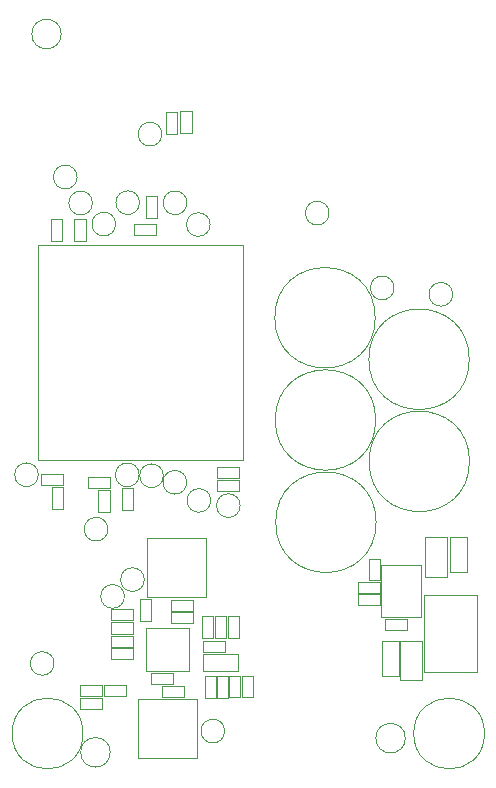
<source format=gbr>
G04 #@! TF.GenerationSoftware,KiCad,Pcbnew,(5.1.10)-1*
G04 #@! TF.CreationDate,2021-10-05T13:08:05+05:30*
G04 #@! TF.ProjectId,P-1000072_Cicada Wi-Fi,502d3130-3030-4303-9732-5f4369636164,0.1*
G04 #@! TF.SameCoordinates,PX7cee6c0PY3dfd240*
G04 #@! TF.FileFunction,Other,User*
%FSLAX46Y46*%
G04 Gerber Fmt 4.6, Leading zero omitted, Abs format (unit mm)*
G04 Created by KiCad (PCBNEW (5.1.10)-1) date 2021-10-05 13:08:05*
%MOMM*%
%LPD*%
G01*
G04 APERTURE LIST*
%ADD10C,0.050000*%
G04 APERTURE END LIST*
D10*
X-2720240Y-53954900D02*
X-3660240Y-53954900D01*
X-3660240Y-53954900D02*
X-3660240Y-52094900D01*
X-3660240Y-52094900D02*
X-2720240Y-52094900D01*
X-2720240Y-52094900D02*
X-2720240Y-53954900D01*
X-8637680Y-51680520D02*
X-8637680Y-48080520D01*
X-5037680Y-48080520D02*
X-5037680Y-51680520D01*
X-8637680Y-48080520D02*
X-5037680Y-48080520D01*
X-5037680Y-51680520D02*
X-8637680Y-51680520D01*
X-11630880Y-49725480D02*
X-9770880Y-49725480D01*
X-11630880Y-50665480D02*
X-11630880Y-49725480D01*
X-9770880Y-50665480D02*
X-11630880Y-50665480D01*
X-9770880Y-49725480D02*
X-9770880Y-50665480D01*
X-673000Y-52090100D02*
X-673000Y-53950100D01*
X-1613000Y-52090100D02*
X-673000Y-52090100D01*
X-1613000Y-53950100D02*
X-1613000Y-52090100D01*
X-673000Y-53950100D02*
X-1613000Y-53950100D01*
X-11893040Y-39702740D02*
G75*
G03*
X-11893040Y-39702740I-1000000J0D01*
G01*
X10780400Y-30457140D02*
G75*
G03*
X10780400Y-30457140I-4250000J0D01*
G01*
X10739760Y-21798280D02*
G75*
G03*
X10739760Y-21798280I-4250000J0D01*
G01*
X-10332500Y-52859840D02*
X-10332500Y-53799840D01*
X-10332500Y-53799840D02*
X-12192500Y-53799840D01*
X-12192500Y-53799840D02*
X-12192500Y-52859840D01*
X-12192500Y-52859840D02*
X-10332500Y-52859840D01*
X-16710760Y-13461500D02*
X-15770760Y-13461500D01*
X-15770760Y-13461500D02*
X-15770760Y-15321500D01*
X-15770760Y-15321500D02*
X-16710760Y-15321500D01*
X-16710760Y-15321500D02*
X-16710760Y-13461500D01*
X-14721940Y-13426220D02*
X-13781940Y-13426220D01*
X-13781940Y-13426220D02*
X-13781940Y-15286220D01*
X-13781940Y-15286220D02*
X-14721940Y-15286220D01*
X-14721940Y-15286220D02*
X-14721940Y-13426220D01*
X-10688420Y-36202120D02*
X-9748420Y-36202120D01*
X-9748420Y-36202120D02*
X-9748420Y-38062120D01*
X-9748420Y-38062120D02*
X-10688420Y-38062120D01*
X-10688420Y-38062120D02*
X-10688420Y-36202120D01*
X-14262320Y-53804920D02*
X-14262320Y-52864920D01*
X-14262320Y-52864920D02*
X-12402320Y-52864920D01*
X-12402320Y-52864920D02*
X-12402320Y-53804920D01*
X-12402320Y-53804920D02*
X-14262320Y-53804920D01*
X-4683400Y-45661480D02*
X-4683400Y-46601480D01*
X-4683400Y-46601480D02*
X-6543400Y-46601480D01*
X-6543400Y-46601480D02*
X-6543400Y-45661480D01*
X-6543400Y-45661480D02*
X-4683400Y-45661480D01*
X-8694520Y-13391380D02*
X-8694520Y-11531380D01*
X-7754520Y-13391380D02*
X-8694520Y-13391380D01*
X-7754520Y-11531380D02*
X-7754520Y-13391380D01*
X-8694520Y-11531380D02*
X-7754520Y-11531380D01*
X-15651380Y-36159220D02*
X-15651380Y-38019220D01*
X-16591380Y-36159220D02*
X-15651380Y-36159220D01*
X-16591380Y-38019220D02*
X-16591380Y-36159220D01*
X-15651380Y-38019220D02*
X-16591380Y-38019220D01*
X-12695020Y-38283380D02*
X-12695020Y-36423380D01*
X-11755020Y-38283380D02*
X-12695020Y-38283380D01*
X-11755020Y-36423380D02*
X-11755020Y-38283380D01*
X-12695020Y-36423380D02*
X-11755020Y-36423380D01*
X-7802660Y-14813380D02*
X-9662660Y-14813380D01*
X-7802660Y-13873380D02*
X-7802660Y-14813380D01*
X-9662660Y-13873380D02*
X-7802660Y-13873380D01*
X-9662660Y-14813380D02*
X-9662660Y-13873380D01*
X-2675120Y-35498940D02*
X-815120Y-35498940D01*
X-2675120Y-36438940D02*
X-2675120Y-35498940D01*
X-815120Y-36438940D02*
X-2675120Y-36438940D01*
X-815120Y-35498940D02*
X-815120Y-36438940D01*
X-2675120Y-34427060D02*
X-815120Y-34427060D01*
X-2675120Y-35367060D02*
X-2675120Y-34427060D01*
X-815120Y-35367060D02*
X-2675120Y-35367060D01*
X-815120Y-34427060D02*
X-815120Y-35367060D01*
X-15671300Y-35976660D02*
X-17531300Y-35976660D01*
X-15671300Y-35036660D02*
X-15671300Y-35976660D01*
X-17531300Y-35036660D02*
X-15671300Y-35036660D01*
X-17531300Y-35976660D02*
X-17531300Y-35036660D01*
X-11739380Y-36217960D02*
X-13599380Y-36217960D01*
X-11739380Y-35277960D02*
X-11739380Y-36217960D01*
X-13599380Y-35277960D02*
X-11739380Y-35277960D01*
X-13599380Y-36217960D02*
X-13599380Y-35277960D01*
X-2004820Y-56794400D02*
G75*
G03*
X-2004820Y-56794400I-1000000J0D01*
G01*
X-10493500Y-45394880D02*
G75*
G03*
X-10493500Y-45394880I-1000000J0D01*
G01*
X-8814560Y-43967400D02*
G75*
G03*
X-8814560Y-43967400I-1000000J0D01*
G01*
X-4352920Y-59079900D02*
X-4352920Y-54079900D01*
X-4352920Y-54079900D02*
X-9352920Y-54079900D01*
X-9352920Y-54079900D02*
X-9352920Y-59079900D01*
X-9352920Y-59079900D02*
X-4352920Y-59079900D01*
X-16454880Y-51069240D02*
G75*
G03*
X-16454880Y-51069240I-1000000J0D01*
G01*
X-874680Y-51702720D02*
X-3834680Y-51702720D01*
X-874680Y-50242720D02*
X-874680Y-51702720D01*
X-3834680Y-50242720D02*
X-874680Y-50242720D01*
X-3834680Y-51702720D02*
X-3834680Y-50242720D01*
X-3820380Y-49146360D02*
X-1960380Y-49146360D01*
X-3820380Y-50086360D02*
X-3820380Y-49146360D01*
X-1960380Y-50086360D02*
X-3820380Y-50086360D01*
X-1960380Y-49146360D02*
X-1960380Y-50086360D01*
X-9735320Y-47426980D02*
X-11595320Y-47426980D01*
X-9735320Y-46486980D02*
X-9735320Y-47426980D01*
X-11595320Y-46486980D02*
X-9735320Y-46486980D01*
X-11595320Y-47426980D02*
X-11595320Y-46486980D01*
X388720Y-52090100D02*
X388720Y-53950100D01*
X-551280Y-52090100D02*
X388720Y-52090100D01*
X-551280Y-53950100D02*
X-551280Y-52090100D01*
X388720Y-53950100D02*
X-551280Y-53950100D01*
X-1683920Y-52095180D02*
X-1683920Y-53955180D01*
X-2623920Y-52095180D02*
X-1683920Y-52095180D01*
X-2623920Y-53955180D02*
X-2623920Y-52095180D01*
X-1683920Y-53955180D02*
X-2623920Y-53955180D01*
X-3957420Y-48925980D02*
X-3957420Y-47065980D01*
X-3017420Y-48925980D02*
X-3957420Y-48925980D01*
X-3017420Y-47065980D02*
X-3017420Y-48925980D01*
X-3957420Y-47065980D02*
X-3017420Y-47065980D01*
X-2847440Y-48920620D02*
X-2847440Y-47060620D01*
X-1907440Y-48920620D02*
X-2847440Y-48920620D01*
X-1907440Y-47060620D02*
X-1907440Y-48920620D01*
X-2847440Y-47060620D02*
X-1907440Y-47060620D01*
X-1760320Y-48923440D02*
X-1760320Y-47063440D01*
X-820320Y-48923440D02*
X-1760320Y-48923440D01*
X-820320Y-47063440D02*
X-820320Y-48923440D01*
X-1760320Y-47063440D02*
X-820320Y-47063440D01*
X-11621000Y-48706940D02*
X-9761000Y-48706940D01*
X-11621000Y-49646940D02*
X-11621000Y-48706940D01*
X-9761000Y-49646940D02*
X-11621000Y-49646940D01*
X-9761000Y-48706940D02*
X-9761000Y-49646940D01*
X-11605760Y-47594420D02*
X-9745760Y-47594420D01*
X-11605760Y-48534420D02*
X-11605760Y-47594420D01*
X-9745760Y-48534420D02*
X-11605760Y-48534420D01*
X-9745760Y-47594420D02*
X-9745760Y-48534420D01*
X-9154260Y-47490600D02*
X-9154260Y-45630600D01*
X-8214260Y-47490600D02*
X-9154260Y-47490600D01*
X-8214260Y-45630600D02*
X-8214260Y-47490600D01*
X-9154260Y-45630600D02*
X-8214260Y-45630600D01*
X-470000Y-33810000D02*
X-17820000Y-33810000D01*
X-470000Y-15610000D02*
X-470000Y-33810000D01*
X-17820000Y-15610000D02*
X-470000Y-15610000D01*
X-17820000Y-33810000D02*
X-17820000Y-15610000D01*
X12333480Y-19273520D02*
G75*
G03*
X12333480Y-19273520I-1000000J0D01*
G01*
X18702540Y-25318720D02*
G75*
G03*
X18702540Y-25318720I-4250000J0D01*
G01*
X18722860Y-33962340D02*
G75*
G03*
X18722860Y-33962340I-4250000J0D01*
G01*
X19351820Y-51751380D02*
X19351820Y-45251380D01*
X14851820Y-51751380D02*
X19351820Y-51751380D01*
X14851820Y-45251380D02*
X14851820Y-51751380D01*
X19351820Y-45251380D02*
X14851820Y-45251380D01*
X-8608700Y-40442380D02*
X-8608700Y-45442380D01*
X-8608700Y-45442380D02*
X-3608700Y-45442380D01*
X-3608700Y-45442380D02*
X-3608700Y-40442380D01*
X-3608700Y-40442380D02*
X-8608700Y-40442380D01*
X-11237720Y-13873480D02*
G75*
G03*
X-11237720Y-13873480I-1000000J0D01*
G01*
X-13196060Y-12082780D02*
G75*
G03*
X-13196060Y-12082780I-1000000J0D01*
G01*
X-3239260Y-13906500D02*
G75*
G03*
X-3239260Y-13906500I-1000000J0D01*
G01*
X-5205220Y-12065000D02*
G75*
G03*
X-5205220Y-12065000I-1000000J0D01*
G01*
X-7326120Y-6253480D02*
G75*
G03*
X-7326120Y-6253480I-1000000J0D01*
G01*
X-9210800Y-12054840D02*
G75*
G03*
X-9210800Y-12054840I-1000000J0D01*
G01*
X-14499080Y-9888220D02*
G75*
G03*
X-14499080Y-9888220I-1000000J0D01*
G01*
X-3185920Y-37266880D02*
G75*
G03*
X-3185920Y-37266880I-1000000J0D01*
G01*
X6830000Y-12940000D02*
G75*
G03*
X6830000Y-12940000I-1000000J0D01*
G01*
X-5223000Y-35727640D02*
G75*
G03*
X-5223000Y-35727640I-1000000J0D01*
G01*
X-7199120Y-35179000D02*
G75*
G03*
X-7199120Y-35179000I-1000000J0D01*
G01*
X-9251440Y-35100260D02*
G75*
G03*
X-9251440Y-35100260I-1000000J0D01*
G01*
X-17783300Y-35095180D02*
G75*
G03*
X-17783300Y-35095180I-1000000J0D01*
G01*
X-694180Y-37703760D02*
G75*
G03*
X-694180Y-37703760I-1000000J0D01*
G01*
X17299180Y-19817080D02*
G75*
G03*
X17299180Y-19817080I-1000000J0D01*
G01*
X14626020Y-42756880D02*
X14626020Y-47096880D01*
X14626020Y-42756880D02*
X11226020Y-42756880D01*
X11226020Y-47096880D02*
X14626020Y-47096880D01*
X11226020Y-47096880D02*
X11226020Y-42756880D01*
X11125300Y-42183820D02*
X11125300Y-44043820D01*
X10185300Y-42183820D02*
X11125300Y-42183820D01*
X10185300Y-44043820D02*
X10185300Y-42183820D01*
X11125300Y-44043820D02*
X10185300Y-44043820D01*
X11112860Y-45095260D02*
X9252860Y-45095260D01*
X11112860Y-44155260D02*
X11112860Y-45095260D01*
X9252860Y-44155260D02*
X11112860Y-44155260D01*
X9252860Y-45095260D02*
X9252860Y-44155260D01*
X-14285180Y-53959660D02*
X-12425180Y-53959660D01*
X-14285180Y-54899660D02*
X-14285180Y-53959660D01*
X-12425180Y-54899660D02*
X-14285180Y-54899660D01*
X-12425180Y-53959660D02*
X-12425180Y-54899660D01*
X13396460Y-48262640D02*
X11536460Y-48262640D01*
X13396460Y-47322640D02*
X13396460Y-48262640D01*
X11536460Y-47322640D02*
X13396460Y-47322640D01*
X11536460Y-48262640D02*
X11536460Y-47322640D01*
X-6418080Y-52821940D02*
X-8278080Y-52821940D01*
X-6418080Y-51881940D02*
X-6418080Y-52821940D01*
X-8278080Y-51881940D02*
X-6418080Y-51881940D01*
X-8278080Y-52821940D02*
X-8278080Y-51881940D01*
X10815840Y-39116000D02*
G75*
G03*
X10815840Y-39116000I-4250000J0D01*
G01*
X-5452880Y-53903980D02*
X-7312880Y-53903980D01*
X-5452880Y-52963980D02*
X-5452880Y-53903980D01*
X-7312880Y-52963980D02*
X-5452880Y-52963980D01*
X-7312880Y-53903980D02*
X-7312880Y-52963980D01*
X14732040Y-49130400D02*
X14732040Y-52490400D01*
X12832040Y-49130400D02*
X14732040Y-49130400D01*
X12832040Y-52490400D02*
X12832040Y-49130400D01*
X14732040Y-52490400D02*
X12832040Y-52490400D01*
X12741660Y-49144640D02*
X12741660Y-52104640D01*
X11281660Y-49144640D02*
X12741660Y-49144640D01*
X11281660Y-52104640D02*
X11281660Y-49144640D01*
X12741660Y-52104640D02*
X11281660Y-52104640D01*
X11123160Y-46149360D02*
X9263160Y-46149360D01*
X11123160Y-45209360D02*
X11123160Y-46149360D01*
X9263160Y-45209360D02*
X11123160Y-45209360D01*
X9263160Y-46149360D02*
X9263160Y-45209360D01*
X-4693420Y-47632720D02*
X-6553420Y-47632720D01*
X-4693420Y-46692720D02*
X-4693420Y-47632720D01*
X-6553420Y-46692720D02*
X-4693420Y-46692720D01*
X-6553420Y-47632720D02*
X-6553420Y-46692720D01*
X14945320Y-43714700D02*
X14945320Y-40354700D01*
X16845320Y-43714700D02*
X14945320Y-43714700D01*
X16845320Y-40354700D02*
X16845320Y-43714700D01*
X14945320Y-40354700D02*
X16845320Y-40354700D01*
X17090640Y-43318880D02*
X17090640Y-40358880D01*
X18550640Y-43318880D02*
X17090640Y-43318880D01*
X18550640Y-40358880D02*
X18550640Y-43318880D01*
X17090640Y-40358880D02*
X18550640Y-40358880D01*
X-14000000Y-57000000D02*
G75*
G03*
X-14000000Y-57000000I-3000000J0D01*
G01*
X13290000Y-57390000D02*
G75*
G03*
X13290000Y-57390000I-1250000J0D01*
G01*
X-11698920Y-58592720D02*
G75*
G03*
X-11698920Y-58592720I-1250000J0D01*
G01*
X-15840000Y2220000D02*
G75*
G03*
X-15840000Y2220000I-1250000J0D01*
G01*
X20000000Y-57000000D02*
G75*
G03*
X20000000Y-57000000I-3000000J0D01*
G01*
X-6007000Y-6203040D02*
X-6947000Y-6203040D01*
X-6947000Y-6203040D02*
X-6947000Y-4343040D01*
X-6947000Y-4343040D02*
X-6007000Y-4343040D01*
X-6007000Y-4343040D02*
X-6007000Y-6203040D01*
X-4808120Y-6190480D02*
X-5748120Y-6190480D01*
X-5748120Y-6190480D02*
X-5748120Y-4330480D01*
X-5748120Y-4330480D02*
X-4808120Y-4330480D01*
X-4808120Y-4330480D02*
X-4808120Y-6190480D01*
M02*

</source>
